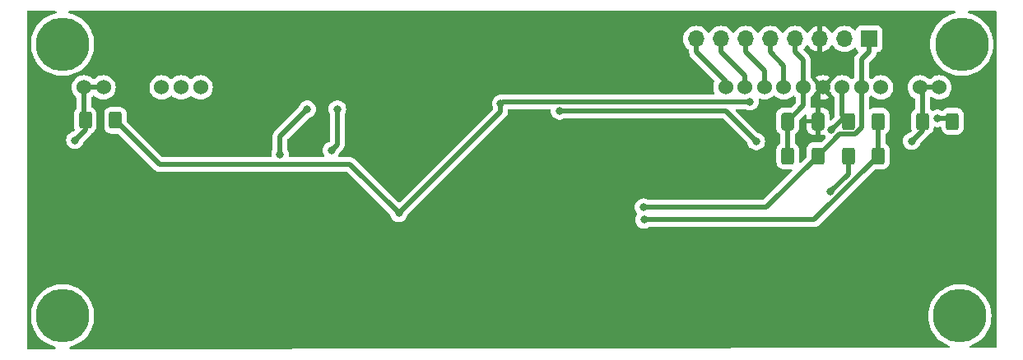
<source format=gbr>
%TF.GenerationSoftware,KiCad,Pcbnew,8.0.3+dfsg-1*%
%TF.CreationDate,2024-07-07T12:28:03+02:00*%
%TF.ProjectId,VFD-Driverboard,5646442d-4472-4697-9665-72626f617264,rev?*%
%TF.SameCoordinates,Original*%
%TF.FileFunction,Copper,L1,Top*%
%TF.FilePolarity,Positive*%
%FSLAX45Y45*%
G04 Gerber Fmt 4.5, Leading zero omitted, Abs format (unit mm)*
G04 Created by KiCad (PCBNEW 8.0.3+dfsg-1) date 2024-07-07 12:28:03*
%MOMM*%
%LPD*%
G01*
G04 APERTURE LIST*
G04 Aperture macros list*
%AMRoundRect*
0 Rectangle with rounded corners*
0 $1 Rounding radius*
0 $2 $3 $4 $5 $6 $7 $8 $9 X,Y pos of 4 corners*
0 Add a 4 corners polygon primitive as box body*
4,1,4,$2,$3,$4,$5,$6,$7,$8,$9,$2,$3,0*
0 Add four circle primitives for the rounded corners*
1,1,$1+$1,$2,$3*
1,1,$1+$1,$4,$5*
1,1,$1+$1,$6,$7*
1,1,$1+$1,$8,$9*
0 Add four rect primitives between the rounded corners*
20,1,$1+$1,$2,$3,$4,$5,0*
20,1,$1+$1,$4,$5,$6,$7,0*
20,1,$1+$1,$6,$7,$8,$9,0*
20,1,$1+$1,$8,$9,$2,$3,0*%
G04 Aperture macros list end*
%TA.AperFunction,ComponentPad*%
%ADD10C,1.524000*%
%TD*%
%TA.AperFunction,SMDPad,CuDef*%
%ADD11RoundRect,0.250000X-0.400000X-0.625000X0.400000X-0.625000X0.400000X0.625000X-0.400000X0.625000X0*%
%TD*%
%TA.AperFunction,ComponentPad*%
%ADD12C,3.600000*%
%TD*%
%TA.AperFunction,ConnectorPad*%
%ADD13C,5.500000*%
%TD*%
%TA.AperFunction,SMDPad,CuDef*%
%ADD14RoundRect,0.250000X0.400000X0.625000X-0.400000X0.625000X-0.400000X-0.625000X0.400000X-0.625000X0*%
%TD*%
%TA.AperFunction,SMDPad,CuDef*%
%ADD15RoundRect,0.250000X0.412500X0.650000X-0.412500X0.650000X-0.412500X-0.650000X0.412500X-0.650000X0*%
%TD*%
%TA.AperFunction,ComponentPad*%
%ADD16R,1.700000X1.700000*%
%TD*%
%TA.AperFunction,ComponentPad*%
%ADD17O,1.700000X1.700000*%
%TD*%
%TA.AperFunction,ViaPad*%
%ADD18C,0.800000*%
%TD*%
%TA.AperFunction,Conductor*%
%ADD19C,0.500000*%
%TD*%
G04 APERTURE END LIST*
D10*
%TO.P,V1,1,F-*%
%TO.N,VF1*%
X10739030Y-2143690D03*
%TO.P,V1,2,F-*%
X10539030Y-2143690D03*
%TO.P,V1,4*%
%TO.N,N/C*%
X10139030Y-2143690D03*
%TO.P,V1,5,VDD*%
%TO.N,VCC*%
X9939030Y-2143690D03*
%TO.P,V1,6,VEE*%
%TO.N,VEE*%
X9739030Y-2143690D03*
%TO.P,V1,7,Gnd*%
%TO.N,Gnd*%
X9539030Y-2143690D03*
%TO.P,V1,8,OSC0*%
%TO.N,Net-(J1-Pin_4)*%
X9339030Y-2143690D03*
%TO.P,V1,9,Reset*%
%TO.N,Net-(J1-Pin_5)*%
X9139030Y-2143690D03*
%TO.P,V1,10,CS*%
%TO.N,Net-(J1-Pin_6)*%
X8939030Y-2143690D03*
%TO.P,V1,11,Clk*%
%TO.N,Net-(J1-Pin_7)*%
X8739030Y-2143690D03*
%TO.P,V1,12,DI*%
%TO.N,Net-(J1-Pin_8)*%
X8539030Y-2143690D03*
%TO.P,V1,39*%
%TO.N,N/C*%
X3139030Y-2143690D03*
%TO.P,V1,40*%
X2939030Y-2143690D03*
%TO.P,V1,41*%
X2739030Y-2143690D03*
%TO.P,V1,44,F+*%
%TO.N,VF2*%
X2139030Y-2143690D03*
%TO.P,V1,45,F+*%
X1939030Y-2143690D03*
%TD*%
D11*
%TO.P,R12,1*%
%TO.N,Net-(J1-Pin_4)*%
X9178620Y-2848220D03*
%TO.P,R12,2*%
%TO.N,VCC*%
X9488620Y-2848220D03*
%TD*%
D12*
%TO.P,H1,1*%
%TO.N,N/C*%
X1719340Y-1698340D03*
D13*
X1719340Y-1698340D03*
%TD*%
D14*
%TO.P,R11,1*%
%TO.N,Net-(U1-Vfb)*%
X10110980Y-2848220D03*
%TO.P,R11,2*%
%TO.N,Net-(U1-GND)*%
X9800980Y-2848220D03*
%TD*%
D15*
%TO.P,C9,1*%
%TO.N,Gnd*%
X9489870Y-2492620D03*
%TO.P,C9,2*%
%TO.N,Net-(J1-Pin_4)*%
X9177370Y-2492620D03*
%TD*%
D12*
%TO.P,H4,1*%
%TO.N,N/C*%
X10949340Y-4498340D03*
D13*
X10949340Y-4498340D03*
%TD*%
D16*
%TO.P,J1,1,Pin_1*%
%TO.N,VCC*%
X10016940Y-1644260D03*
D17*
%TO.P,J1,2,Pin_2*%
%TO.N,unconnected-(J1-Pin_2-Pad2)*%
X9762940Y-1644260D03*
%TO.P,J1,3,Pin_3*%
%TO.N,Gnd*%
X9508940Y-1644260D03*
%TO.P,J1,4,Pin_4*%
%TO.N,Net-(J1-Pin_4)*%
X9254940Y-1644260D03*
%TO.P,J1,5,Pin_5*%
%TO.N,Net-(J1-Pin_5)*%
X9000940Y-1644260D03*
%TO.P,J1,6,Pin_6*%
%TO.N,Net-(J1-Pin_6)*%
X8746940Y-1644260D03*
%TO.P,J1,7,Pin_7*%
%TO.N,Net-(J1-Pin_7)*%
X8492940Y-1644260D03*
%TO.P,J1,8,Pin_8*%
%TO.N,Net-(J1-Pin_8)*%
X8238940Y-1644260D03*
%TD*%
D11*
%TO.P,R5,1*%
%TO.N,VF1*%
X10565460Y-2492620D03*
%TO.P,R5,2*%
%TO.N,Net-(D1-K)*%
X10875460Y-2492620D03*
%TD*%
D12*
%TO.P,H2,1*%
%TO.N,N/C*%
X10969340Y-1698340D03*
D13*
X10969340Y-1698340D03*
%TD*%
D11*
%TO.P,R6,1*%
%TO.N,VF2*%
X1952730Y-2482460D03*
%TO.P,R6,2*%
%TO.N,Net-(D1-K)*%
X2262730Y-2482460D03*
%TD*%
D14*
%TO.P,R10,1*%
%TO.N,Net-(U1-Vfb)*%
X10110920Y-2492620D03*
%TO.P,R10,2*%
%TO.N,VEE*%
X9800920Y-2492620D03*
%TD*%
D12*
%TO.P,H3,1*%
%TO.N,N/C*%
X1719340Y-4498340D03*
D13*
X1719340Y-4498340D03*
%TD*%
D18*
%TO.N,VCC*%
X7695400Y-3378120D03*
%TO.N,VF1*%
X10454640Y-2698090D03*
%TO.N,VF2*%
X1846580Y-2687440D03*
%TO.N,VEE*%
X9631060Y-2583130D03*
X8855570Y-2701900D03*
X6831940Y-2387310D03*
%TO.N,Net-(U2-V01)*%
X4235780Y-2369130D03*
X3956160Y-2834610D03*
%TO.N,Net-(U1-GND)*%
X9619450Y-3217010D03*
%TO.N,Net-(D1-K)*%
X6226250Y-2310490D03*
X8789630Y-2290980D03*
X10720460Y-2462970D03*
X5178240Y-3440380D03*
%TO.N,Net-(U2-+IN)*%
X4483650Y-2793940D03*
X4545780Y-2367390D03*
%TO.N,Net-(U1-Vfb)*%
X7701720Y-3507230D03*
%TD*%
D19*
%TO.N,VCC*%
X9939030Y-2559330D02*
X9939030Y-2143690D01*
X10016940Y-1779260D02*
X9939030Y-1857170D01*
X7695400Y-3378120D02*
X8958720Y-3378120D01*
X9711300Y-2625540D02*
X9872820Y-2625540D01*
X9939030Y-1857170D02*
X9939030Y-2143690D01*
X9488620Y-2848220D02*
X9711300Y-2625540D01*
X8958720Y-3378120D02*
X9488620Y-2848220D01*
X9872820Y-2625540D02*
X9939030Y-2559330D01*
X10016940Y-1644260D02*
X10016940Y-1779260D01*
%TO.N,VF1*%
X10539030Y-2143690D02*
X10565460Y-2143690D01*
X10565460Y-2492620D02*
X10565460Y-2143690D01*
X10454640Y-2698090D02*
X10565460Y-2587270D01*
X10565460Y-2143690D02*
X10739030Y-2143690D01*
X10565460Y-2587270D02*
X10565460Y-2492620D01*
%TO.N,VF2*%
X1952730Y-2482460D02*
X1939030Y-2468760D01*
X1952730Y-2581290D02*
X1952730Y-2482460D01*
X1939030Y-2468760D02*
X1939030Y-2143690D01*
X1939030Y-2143690D02*
X2139030Y-2143690D01*
X1846580Y-2687440D02*
X1952730Y-2581290D01*
%TO.N,VEE*%
X8855570Y-2701900D02*
X8540980Y-2387310D01*
X9739030Y-2430730D02*
X9761250Y-2452940D01*
X8540980Y-2387310D02*
X6831940Y-2387310D01*
X9739030Y-2143690D02*
X9739030Y-2430730D01*
X9631060Y-2583130D02*
X9761250Y-2452940D01*
X9761250Y-2452940D02*
X9800920Y-2492620D01*
%TO.N,Net-(J1-Pin_4)*%
X9254940Y-1779260D02*
X9339030Y-1863350D01*
X9339030Y-1863350D02*
X9339030Y-2143690D01*
X9178620Y-2493870D02*
X9178620Y-2848220D01*
X9254940Y-1644260D02*
X9254940Y-1779260D01*
X9177370Y-2492620D02*
X9178620Y-2493870D01*
X9339030Y-2330960D02*
X9177370Y-2492620D01*
X9339030Y-2143690D02*
X9339030Y-2330960D01*
%TO.N,Net-(J1-Pin_5)*%
X9000940Y-1644260D02*
X9000940Y-1779260D01*
X9139030Y-1917350D02*
X9139030Y-2143690D01*
X9000940Y-1779260D02*
X9139030Y-1917350D01*
%TO.N,Net-(J1-Pin_6)*%
X8746940Y-1779260D02*
X8939030Y-1971350D01*
X8746940Y-1644260D02*
X8746940Y-1779260D01*
X8939030Y-1971350D02*
X8939030Y-2143690D01*
%TO.N,Net-(J1-Pin_7)*%
X8492940Y-1779260D02*
X8739030Y-2025350D01*
X8739030Y-2025350D02*
X8739030Y-2143690D01*
X8492940Y-1644260D02*
X8492940Y-1779260D01*
%TO.N,Net-(J1-Pin_8)*%
X8238940Y-1644260D02*
X8238940Y-1779260D01*
X8238940Y-1779260D02*
X8539030Y-2079350D01*
X8539030Y-2079350D02*
X8539030Y-2143690D01*
%TO.N,Net-(U2-V01)*%
X3956160Y-2834610D02*
X3956160Y-2648750D01*
X3956160Y-2648750D02*
X4235780Y-2369130D01*
%TO.N,Gnd*%
X9489870Y-2192850D02*
X9539030Y-2143690D01*
X9489870Y-2492620D02*
X9489870Y-2192850D01*
%TO.N,Net-(U1-GND)*%
X9619450Y-3217010D02*
X9800980Y-3035480D01*
X9800980Y-3035480D02*
X9800980Y-2848220D01*
%TO.N,Net-(D1-K)*%
X6245760Y-2290980D02*
X8789630Y-2290980D01*
X6226250Y-2310490D02*
X6245760Y-2290980D01*
X10845810Y-2462970D02*
X10875460Y-2492620D01*
X10720460Y-2462970D02*
X10845810Y-2462970D01*
X2717580Y-2937310D02*
X2262730Y-2482460D01*
X5178240Y-3440380D02*
X4675170Y-2937310D01*
X5178240Y-3440380D02*
X6226250Y-2392370D01*
X6226250Y-2392370D02*
X6226250Y-2310490D01*
X4675170Y-2937310D02*
X2717580Y-2937310D01*
%TO.N,Net-(U2-+IN)*%
X4545780Y-2731810D02*
X4545780Y-2367390D01*
X4483650Y-2793940D02*
X4545780Y-2731810D01*
%TO.N,Net-(U1-Vfb)*%
X10110920Y-2848220D02*
X10110980Y-2848220D01*
X10110920Y-2848220D02*
X10110920Y-2492620D01*
X7701720Y-3507230D02*
X9451910Y-3507230D01*
X9451910Y-3507230D02*
X10110920Y-2848220D01*
%TD*%
%TA.AperFunction,Conductor*%
%TO.N,Gnd*%
G36*
X9500930Y-2148706D02*
G01*
X9503526Y-2158396D01*
X9508542Y-2167084D01*
X9515636Y-2174178D01*
X9524324Y-2179194D01*
X9534014Y-2181790D01*
X9536285Y-2181790D01*
X9469211Y-2248864D01*
X9475689Y-2253400D01*
X9475689Y-2253400D01*
X9495702Y-2262732D01*
X9495703Y-2262732D01*
X9517031Y-2268447D01*
X9517032Y-2268448D01*
X9539030Y-2270372D01*
X9539030Y-2270372D01*
X9561028Y-2268448D01*
X9561029Y-2268447D01*
X9582357Y-2262732D01*
X9582358Y-2262732D01*
X9602371Y-2253400D01*
X9602372Y-2253399D01*
X9608849Y-2248864D01*
X9541775Y-2181790D01*
X9544046Y-2181790D01*
X9553736Y-2179194D01*
X9562424Y-2174178D01*
X9569518Y-2167084D01*
X9574534Y-2158396D01*
X9577130Y-2148706D01*
X9577130Y-2146435D01*
X9620326Y-2189630D01*
X9622796Y-2193158D01*
X9629277Y-2207056D01*
X9629277Y-2207057D01*
X9641404Y-2224376D01*
X9641947Y-2225152D01*
X9657568Y-2240773D01*
X9658692Y-2241560D01*
X9663055Y-2247017D01*
X9663980Y-2251717D01*
X9663980Y-2422735D01*
X9663978Y-2422770D01*
X9663980Y-2430523D01*
X9663980Y-2438487D01*
X9663988Y-2438629D01*
X9663988Y-2438697D01*
X9663980Y-2438697D01*
X9663980Y-2438699D01*
X9663859Y-2438699D01*
X9663734Y-2438701D01*
X9662664Y-2444512D01*
X9660364Y-2447689D01*
X9627288Y-2480765D01*
X9621156Y-2484114D01*
X9614187Y-2483615D01*
X9608593Y-2479428D01*
X9606152Y-2472882D01*
X9606120Y-2471997D01*
X9606120Y-2422623D01*
X9606120Y-2422621D01*
X9605071Y-2412350D01*
X9599556Y-2395708D01*
X9599556Y-2395708D01*
X9590352Y-2380785D01*
X9577955Y-2368388D01*
X9563032Y-2359184D01*
X9563032Y-2359184D01*
X9546390Y-2353669D01*
X9546389Y-2353669D01*
X9536119Y-2352620D01*
X9514870Y-2352620D01*
X9514870Y-2632620D01*
X9536117Y-2632620D01*
X9536119Y-2632620D01*
X9546686Y-2631540D01*
X9553555Y-2632817D01*
X9557257Y-2635972D01*
X9557372Y-2635869D01*
X9567248Y-2646837D01*
X9570271Y-2653136D01*
X9569408Y-2660070D01*
X9566801Y-2663902D01*
X9523665Y-2707038D01*
X9517533Y-2710387D01*
X9514897Y-2710670D01*
X9443620Y-2710670D01*
X9443618Y-2710670D01*
X9433340Y-2711720D01*
X9433340Y-2711720D01*
X9416687Y-2717239D01*
X9416686Y-2717239D01*
X9401754Y-2726449D01*
X9389349Y-2738854D01*
X9380139Y-2753786D01*
X9380139Y-2753787D01*
X9374620Y-2770440D01*
X9373570Y-2780718D01*
X9373570Y-2851997D01*
X9371602Y-2858701D01*
X9369938Y-2860765D01*
X9314838Y-2915865D01*
X9308706Y-2919214D01*
X9301737Y-2918715D01*
X9296143Y-2914528D01*
X9293702Y-2907982D01*
X9293670Y-2907100D01*
X9293670Y-2780719D01*
X9293561Y-2779652D01*
X9292620Y-2770440D01*
X9292620Y-2770440D01*
X9290943Y-2765379D01*
X9287101Y-2753787D01*
X9277891Y-2738854D01*
X9265486Y-2726449D01*
X9265486Y-2726449D01*
X9259560Y-2722794D01*
X9254888Y-2717599D01*
X9253670Y-2712240D01*
X9253670Y-2631100D01*
X9255639Y-2624396D01*
X9259560Y-2620546D01*
X9265486Y-2616891D01*
X9277891Y-2604486D01*
X9287101Y-2589553D01*
X9292620Y-2572900D01*
X9293670Y-2562621D01*
X9293670Y-2562619D01*
X9373620Y-2562619D01*
X9374669Y-2572890D01*
X9380184Y-2589532D01*
X9380184Y-2589532D01*
X9389388Y-2604455D01*
X9401785Y-2616852D01*
X9416708Y-2626056D01*
X9416708Y-2626056D01*
X9433350Y-2631571D01*
X9433351Y-2631571D01*
X9443622Y-2632620D01*
X9464870Y-2632620D01*
X9464870Y-2632620D01*
X9464870Y-2517620D01*
X9373620Y-2517620D01*
X9373620Y-2562619D01*
X9293670Y-2562619D01*
X9293670Y-2487593D01*
X9295638Y-2480889D01*
X9297301Y-2478825D01*
X9352452Y-2423675D01*
X9358584Y-2420326D01*
X9365553Y-2420825D01*
X9371147Y-2425012D01*
X9373588Y-2431558D01*
X9373620Y-2432443D01*
X9373620Y-2467620D01*
X9464870Y-2467620D01*
X9464870Y-2352620D01*
X9443623Y-2352620D01*
X9443621Y-2352620D01*
X9433350Y-2353669D01*
X9429676Y-2354887D01*
X9422693Y-2355127D01*
X9416688Y-2351554D01*
X9413569Y-2345302D01*
X9413613Y-2340698D01*
X9414080Y-2338352D01*
X9414080Y-2323568D01*
X9414080Y-2251717D01*
X9416049Y-2245013D01*
X9419368Y-2241560D01*
X9420492Y-2240773D01*
X9436113Y-2225152D01*
X9448783Y-2207056D01*
X9455264Y-2193158D01*
X9457734Y-2189630D01*
X9500930Y-2146434D01*
X9500930Y-2148706D01*
G37*
%TD.AperFunction*%
%TA.AperFunction,Conductor*%
G36*
X9533940Y-1777323D02*
G01*
X9555288Y-1771603D01*
X9555289Y-1771603D01*
X9576698Y-1761620D01*
X9596048Y-1748070D01*
X9612751Y-1731368D01*
X9625752Y-1712800D01*
X9631210Y-1708438D01*
X9638160Y-1707719D01*
X9644395Y-1710871D01*
X9646067Y-1712800D01*
X9659091Y-1731400D01*
X9675800Y-1748109D01*
X9685478Y-1754886D01*
X9695157Y-1761663D01*
X9695157Y-1761663D01*
X9695157Y-1761663D01*
X9716574Y-1771650D01*
X9739399Y-1777766D01*
X9758232Y-1779414D01*
X9762940Y-1779826D01*
X9762940Y-1779826D01*
X9762940Y-1779826D01*
X9766863Y-1779483D01*
X9786481Y-1777766D01*
X9809306Y-1771650D01*
X9830723Y-1761663D01*
X9850080Y-1748109D01*
X9862273Y-1735917D01*
X9868405Y-1732568D01*
X9875374Y-1733067D01*
X9880967Y-1737254D01*
X9882659Y-1740352D01*
X9887560Y-1753493D01*
X9887561Y-1753493D01*
X9896185Y-1765014D01*
X9896185Y-1765014D01*
X9896185Y-1765015D01*
X9901236Y-1768795D01*
X9905423Y-1774389D01*
X9905921Y-1781358D01*
X9902573Y-1787490D01*
X9880735Y-1809328D01*
X9875811Y-1816697D01*
X9872522Y-1821620D01*
X9872521Y-1821621D01*
X9866864Y-1835279D01*
X9866864Y-1835279D01*
X9863980Y-1849778D01*
X9863980Y-2035663D01*
X9862012Y-2042366D01*
X9858693Y-2045820D01*
X9857569Y-2046607D01*
X9857568Y-2046607D01*
X9847798Y-2056377D01*
X9841666Y-2059726D01*
X9834697Y-2059227D01*
X9830262Y-2056377D01*
X9830262Y-2056377D01*
X9820492Y-2046607D01*
X9820492Y-2046607D01*
X9820492Y-2046607D01*
X9802397Y-2033937D01*
X9802396Y-2033937D01*
X9794128Y-2030081D01*
X9782375Y-2024601D01*
X9782375Y-2024600D01*
X9782375Y-2024600D01*
X9761037Y-2018883D01*
X9761036Y-2018883D01*
X9739030Y-2016958D01*
X9739030Y-2016958D01*
X9717024Y-2018883D01*
X9717023Y-2018883D01*
X9695685Y-2024600D01*
X9695685Y-2024601D01*
X9675664Y-2033936D01*
X9675664Y-2033937D01*
X9657568Y-2046607D01*
X9641948Y-2062228D01*
X9629277Y-2080324D01*
X9622796Y-2094222D01*
X9620326Y-2097750D01*
X9577130Y-2140945D01*
X9577130Y-2138674D01*
X9574534Y-2128984D01*
X9569518Y-2120296D01*
X9562424Y-2113202D01*
X9553736Y-2108186D01*
X9544046Y-2105590D01*
X9541775Y-2105590D01*
X9608849Y-2038516D01*
X9608849Y-2038516D01*
X9602371Y-2033980D01*
X9602371Y-2033980D01*
X9582358Y-2024648D01*
X9582357Y-2024647D01*
X9561029Y-2018933D01*
X9561028Y-2018932D01*
X9539030Y-2017008D01*
X9539030Y-2017008D01*
X9517032Y-2018932D01*
X9517031Y-2018933D01*
X9495703Y-2024647D01*
X9495702Y-2024648D01*
X9475689Y-2033980D01*
X9469211Y-2038516D01*
X9536285Y-2105590D01*
X9534014Y-2105590D01*
X9524324Y-2108186D01*
X9515636Y-2113202D01*
X9508542Y-2120296D01*
X9503526Y-2128984D01*
X9500930Y-2138674D01*
X9500930Y-2140945D01*
X9457734Y-2097749D01*
X9455264Y-2094222D01*
X9448783Y-2080324D01*
X9436113Y-2062228D01*
X9420492Y-2046607D01*
X9420492Y-2046607D01*
X9420491Y-2046607D01*
X9419368Y-2045820D01*
X9415005Y-2040362D01*
X9414080Y-2035663D01*
X9414080Y-1855958D01*
X9411196Y-1841459D01*
X9411196Y-1841459D01*
X9411196Y-1841459D01*
X9408636Y-1835279D01*
X9405539Y-1827801D01*
X9405538Y-1827800D01*
X9397325Y-1815508D01*
X9396626Y-1814809D01*
X9386872Y-1805055D01*
X9368469Y-1786652D01*
X9344771Y-1762954D01*
X9341423Y-1756822D01*
X9341921Y-1749853D01*
X9344771Y-1745418D01*
X9350181Y-1740008D01*
X9358790Y-1731400D01*
X9371813Y-1712800D01*
X9377271Y-1708438D01*
X9384221Y-1707719D01*
X9390456Y-1710871D01*
X9392128Y-1712800D01*
X9405129Y-1731368D01*
X9421832Y-1748070D01*
X9441182Y-1761620D01*
X9462591Y-1771603D01*
X9462592Y-1771603D01*
X9483940Y-1777323D01*
X9483940Y-1687561D01*
X9489641Y-1690852D01*
X9502357Y-1694260D01*
X9515523Y-1694260D01*
X9528239Y-1690852D01*
X9533940Y-1687561D01*
X9533940Y-1777323D01*
G37*
%TD.AperFunction*%
%TA.AperFunction,Conductor*%
G36*
X1653590Y-1358329D02*
G01*
X1658166Y-1363609D01*
X1659160Y-1370525D01*
X1656258Y-1376880D01*
X1650380Y-1380658D01*
X1649552Y-1380870D01*
X1632252Y-1384678D01*
X1598849Y-1395933D01*
X1598849Y-1395933D01*
X1566861Y-1410732D01*
X1566860Y-1410733D01*
X1536658Y-1428904D01*
X1508599Y-1450235D01*
X1508598Y-1450235D01*
X1483008Y-1474475D01*
X1460190Y-1501338D01*
X1460190Y-1501339D01*
X1440409Y-1530513D01*
X1423900Y-1561654D01*
X1423899Y-1561655D01*
X1410853Y-1594399D01*
X1410853Y-1594399D01*
X1401423Y-1628360D01*
X1401423Y-1628361D01*
X1395721Y-1663144D01*
X1393813Y-1698340D01*
X1393813Y-1698340D01*
X1395721Y-1733535D01*
X1401423Y-1768319D01*
X1401423Y-1768320D01*
X1410853Y-1802281D01*
X1410853Y-1802281D01*
X1423899Y-1835024D01*
X1423900Y-1835026D01*
X1436639Y-1859055D01*
X1440409Y-1866167D01*
X1455387Y-1888257D01*
X1460190Y-1895341D01*
X1460190Y-1895342D01*
X1483008Y-1922205D01*
X1483009Y-1922205D01*
X1508598Y-1946445D01*
X1536658Y-1967775D01*
X1566860Y-1985947D01*
X1566861Y-1985947D01*
X1566861Y-1985948D01*
X1598849Y-2000747D01*
X1598849Y-2000747D01*
X1598850Y-2000747D01*
X1632252Y-2012002D01*
X1666675Y-2019579D01*
X1701716Y-2023390D01*
X1701717Y-2023390D01*
X1736963Y-2023390D01*
X1736964Y-2023390D01*
X1772004Y-2019579D01*
X1806428Y-2012002D01*
X1839830Y-2000747D01*
X1839831Y-2000747D01*
X1839831Y-2000747D01*
X1871819Y-1985948D01*
X1871820Y-1985947D01*
X1902022Y-1967775D01*
X1930082Y-1946445D01*
X1955671Y-1922205D01*
X1978490Y-1895341D01*
X1998270Y-1866167D01*
X2014781Y-1835025D01*
X2027827Y-1802281D01*
X2028141Y-1801151D01*
X2032167Y-1786652D01*
X2037257Y-1768319D01*
X2042959Y-1733536D01*
X2044867Y-1698340D01*
X2044494Y-1691463D01*
X2042959Y-1663144D01*
X2042959Y-1663144D01*
X2037257Y-1628361D01*
X2030562Y-1604250D01*
X2027827Y-1594399D01*
X2027827Y-1594399D01*
X2014781Y-1561655D01*
X2014780Y-1561654D01*
X2012394Y-1557153D01*
X1998270Y-1530513D01*
X1978490Y-1501339D01*
X1978490Y-1501339D01*
X1978489Y-1501338D01*
X1955671Y-1474475D01*
X1930082Y-1450235D01*
X1930081Y-1450235D01*
X1930081Y-1450235D01*
X1902021Y-1428904D01*
X1871820Y-1410733D01*
X1871819Y-1410732D01*
X1839831Y-1395933D01*
X1839831Y-1395933D01*
X1839830Y-1395933D01*
X1839830Y-1395933D01*
X1823946Y-1390581D01*
X1806428Y-1384678D01*
X1806428Y-1384678D01*
X1806428Y-1384678D01*
X1789128Y-1380870D01*
X1783004Y-1377507D01*
X1779671Y-1371366D01*
X1780186Y-1364398D01*
X1784387Y-1358815D01*
X1790940Y-1356390D01*
X1791794Y-1356360D01*
X10896886Y-1356360D01*
X10903590Y-1358329D01*
X10908166Y-1363609D01*
X10909160Y-1370525D01*
X10906258Y-1376880D01*
X10900380Y-1380658D01*
X10899552Y-1380870D01*
X10882252Y-1384678D01*
X10848849Y-1395933D01*
X10848849Y-1395933D01*
X10816861Y-1410732D01*
X10816860Y-1410733D01*
X10786658Y-1428904D01*
X10758599Y-1450235D01*
X10758598Y-1450235D01*
X10733009Y-1474475D01*
X10710191Y-1501338D01*
X10710190Y-1501339D01*
X10690410Y-1530513D01*
X10673900Y-1561654D01*
X10673899Y-1561655D01*
X10660853Y-1594399D01*
X10660853Y-1594399D01*
X10651423Y-1628360D01*
X10651423Y-1628361D01*
X10645721Y-1663144D01*
X10643813Y-1698340D01*
X10643813Y-1698340D01*
X10645721Y-1733535D01*
X10651423Y-1768319D01*
X10651423Y-1768320D01*
X10660853Y-1802281D01*
X10660853Y-1802281D01*
X10673899Y-1835024D01*
X10673900Y-1835026D01*
X10686639Y-1859055D01*
X10690410Y-1866167D01*
X10705387Y-1888257D01*
X10710190Y-1895341D01*
X10710191Y-1895342D01*
X10733009Y-1922205D01*
X10733009Y-1922205D01*
X10758598Y-1946445D01*
X10786658Y-1967775D01*
X10816860Y-1985947D01*
X10816861Y-1985947D01*
X10816861Y-1985948D01*
X10848849Y-2000747D01*
X10848849Y-2000747D01*
X10848850Y-2000747D01*
X10882252Y-2012002D01*
X10916676Y-2019579D01*
X10951716Y-2023390D01*
X10951717Y-2023390D01*
X10986963Y-2023390D01*
X10986964Y-2023390D01*
X11022005Y-2019579D01*
X11056428Y-2012002D01*
X11089830Y-2000747D01*
X11089831Y-2000747D01*
X11089831Y-2000747D01*
X11121819Y-1985948D01*
X11121820Y-1985947D01*
X11152022Y-1967775D01*
X11180082Y-1946445D01*
X11205671Y-1922205D01*
X11228490Y-1895341D01*
X11248270Y-1866167D01*
X11264781Y-1835025D01*
X11277827Y-1802281D01*
X11278141Y-1801151D01*
X11282167Y-1786652D01*
X11287257Y-1768319D01*
X11292959Y-1733536D01*
X11294867Y-1698340D01*
X11294494Y-1691463D01*
X11292959Y-1663144D01*
X11292959Y-1663144D01*
X11287257Y-1628361D01*
X11280562Y-1604250D01*
X11277827Y-1594399D01*
X11277827Y-1594399D01*
X11264781Y-1561655D01*
X11264780Y-1561654D01*
X11262394Y-1557153D01*
X11248270Y-1530513D01*
X11228490Y-1501339D01*
X11228490Y-1501339D01*
X11228489Y-1501338D01*
X11205671Y-1474475D01*
X11180082Y-1450235D01*
X11180081Y-1450235D01*
X11180081Y-1450235D01*
X11152022Y-1428904D01*
X11121820Y-1410733D01*
X11121819Y-1410732D01*
X11089831Y-1395933D01*
X11089831Y-1395933D01*
X11089830Y-1395933D01*
X11089830Y-1395933D01*
X11073947Y-1390581D01*
X11056428Y-1384678D01*
X11056428Y-1384678D01*
X11056428Y-1384678D01*
X11039128Y-1380870D01*
X11033004Y-1377507D01*
X11029671Y-1371366D01*
X11030186Y-1364398D01*
X11034387Y-1358815D01*
X11040940Y-1356390D01*
X11041794Y-1356360D01*
X11316000Y-1356360D01*
X11322704Y-1358329D01*
X11327279Y-1363609D01*
X11328400Y-1368760D01*
X11328400Y-4816153D01*
X11326431Y-4822857D01*
X11321151Y-4827432D01*
X11316013Y-4828553D01*
X11062189Y-4828811D01*
X11055483Y-4826849D01*
X11050902Y-4821574D01*
X11049901Y-4814659D01*
X11052797Y-4808300D01*
X11058217Y-4804660D01*
X11069830Y-4800747D01*
X11069831Y-4800747D01*
X11069831Y-4800747D01*
X11101819Y-4785948D01*
X11101820Y-4785947D01*
X11132022Y-4767775D01*
X11160082Y-4746445D01*
X11185671Y-4722205D01*
X11208490Y-4695341D01*
X11228270Y-4666167D01*
X11244781Y-4635025D01*
X11257827Y-4602281D01*
X11267257Y-4568319D01*
X11272959Y-4533536D01*
X11274867Y-4498340D01*
X11272959Y-4463144D01*
X11267257Y-4428361D01*
X11263010Y-4413067D01*
X11257827Y-4394399D01*
X11257827Y-4394399D01*
X11244781Y-4361656D01*
X11244780Y-4361654D01*
X11228270Y-4330513D01*
X11208490Y-4301339D01*
X11208490Y-4301339D01*
X11208489Y-4301338D01*
X11185671Y-4274475D01*
X11160082Y-4250235D01*
X11160081Y-4250235D01*
X11160081Y-4250235D01*
X11132022Y-4228904D01*
X11101820Y-4210733D01*
X11101819Y-4210732D01*
X11069831Y-4195933D01*
X11069831Y-4195933D01*
X11069830Y-4195933D01*
X11069830Y-4195933D01*
X11059183Y-4192345D01*
X11036428Y-4184678D01*
X11002004Y-4177101D01*
X10966964Y-4173290D01*
X10966964Y-4173290D01*
X10931716Y-4173290D01*
X10931716Y-4173290D01*
X10896676Y-4177101D01*
X10862252Y-4184678D01*
X10828849Y-4195933D01*
X10828849Y-4195933D01*
X10796861Y-4210732D01*
X10796860Y-4210733D01*
X10766658Y-4228904D01*
X10738599Y-4250235D01*
X10738598Y-4250235D01*
X10713009Y-4274475D01*
X10690191Y-4301338D01*
X10690190Y-4301339D01*
X10670410Y-4330513D01*
X10653900Y-4361654D01*
X10653899Y-4361656D01*
X10640853Y-4394399D01*
X10640853Y-4394399D01*
X10631423Y-4428360D01*
X10631423Y-4428361D01*
X10625721Y-4463145D01*
X10623813Y-4498340D01*
X10623813Y-4498340D01*
X10625721Y-4533535D01*
X10631423Y-4568319D01*
X10631423Y-4568320D01*
X10640853Y-4602281D01*
X10640853Y-4602281D01*
X10653899Y-4635024D01*
X10653900Y-4635026D01*
X10670410Y-4666167D01*
X10690190Y-4695341D01*
X10690191Y-4695342D01*
X10713009Y-4722205D01*
X10713009Y-4722205D01*
X10738598Y-4746445D01*
X10766658Y-4767775D01*
X10796860Y-4785947D01*
X10796861Y-4785948D01*
X10796861Y-4785948D01*
X10828849Y-4800747D01*
X10828850Y-4800747D01*
X10841143Y-4804889D01*
X10846867Y-4808895D01*
X10849517Y-4815360D01*
X10848251Y-4822232D01*
X10843471Y-4827328D01*
X10837196Y-4829040D01*
X1801248Y-4838242D01*
X1794542Y-4836280D01*
X1789961Y-4831004D01*
X1788959Y-4824090D01*
X1791855Y-4817731D01*
X1797729Y-4813948D01*
X1798568Y-4813732D01*
X1804211Y-4812490D01*
X1806428Y-4812002D01*
X1815648Y-4808895D01*
X1839830Y-4800747D01*
X1839831Y-4800747D01*
X1839831Y-4800747D01*
X1871819Y-4785948D01*
X1871820Y-4785947D01*
X1902022Y-4767775D01*
X1930082Y-4746445D01*
X1955671Y-4722205D01*
X1978490Y-4695341D01*
X1998270Y-4666167D01*
X2014781Y-4635025D01*
X2027827Y-4602281D01*
X2037257Y-4568319D01*
X2042959Y-4533536D01*
X2044867Y-4498340D01*
X2042959Y-4463144D01*
X2037257Y-4428361D01*
X2033010Y-4413067D01*
X2027827Y-4394399D01*
X2027827Y-4394399D01*
X2014781Y-4361656D01*
X2014780Y-4361654D01*
X1998270Y-4330513D01*
X1978490Y-4301339D01*
X1978490Y-4301339D01*
X1978489Y-4301338D01*
X1955671Y-4274475D01*
X1930082Y-4250235D01*
X1930081Y-4250235D01*
X1930081Y-4250235D01*
X1902021Y-4228904D01*
X1871820Y-4210733D01*
X1871819Y-4210732D01*
X1839831Y-4195933D01*
X1839831Y-4195933D01*
X1839830Y-4195933D01*
X1839830Y-4195933D01*
X1829183Y-4192345D01*
X1806428Y-4184678D01*
X1772004Y-4177101D01*
X1736964Y-4173290D01*
X1736964Y-4173290D01*
X1701716Y-4173290D01*
X1701716Y-4173290D01*
X1666676Y-4177101D01*
X1632252Y-4184678D01*
X1598849Y-4195933D01*
X1598849Y-4195933D01*
X1566861Y-4210732D01*
X1566860Y-4210733D01*
X1536658Y-4228904D01*
X1508599Y-4250235D01*
X1508598Y-4250235D01*
X1483008Y-4274475D01*
X1460190Y-4301338D01*
X1460190Y-4301339D01*
X1440409Y-4330513D01*
X1423900Y-4361654D01*
X1423899Y-4361656D01*
X1410853Y-4394399D01*
X1410853Y-4394399D01*
X1401423Y-4428360D01*
X1401423Y-4428361D01*
X1395721Y-4463145D01*
X1393813Y-4498340D01*
X1393813Y-4498340D01*
X1395721Y-4533535D01*
X1401423Y-4568319D01*
X1401423Y-4568320D01*
X1410853Y-4602281D01*
X1410853Y-4602281D01*
X1423899Y-4635024D01*
X1423900Y-4635026D01*
X1440409Y-4666167D01*
X1460190Y-4695341D01*
X1460190Y-4695342D01*
X1483008Y-4722205D01*
X1483009Y-4722205D01*
X1508598Y-4746445D01*
X1536658Y-4767775D01*
X1566860Y-4785947D01*
X1566861Y-4785948D01*
X1566861Y-4785948D01*
X1598849Y-4800747D01*
X1598849Y-4800747D01*
X1598850Y-4800747D01*
X1632252Y-4812002D01*
X1639109Y-4813511D01*
X1640865Y-4813898D01*
X1646989Y-4817261D01*
X1650322Y-4823402D01*
X1649807Y-4830370D01*
X1645606Y-4835953D01*
X1639053Y-4838378D01*
X1638212Y-4838408D01*
X1363693Y-4838687D01*
X1356987Y-4836726D01*
X1352406Y-4831450D01*
X1351280Y-4826287D01*
X1351280Y-2687440D01*
X1756034Y-2687440D01*
X1758013Y-2706266D01*
X1758013Y-2706266D01*
X1763862Y-2724268D01*
X1763862Y-2724268D01*
X1773327Y-2740662D01*
X1782916Y-2751311D01*
X1785993Y-2754729D01*
X1801306Y-2765855D01*
X1801307Y-2765855D01*
X1818599Y-2773554D01*
X1818600Y-2773554D01*
X1837115Y-2777490D01*
X1837115Y-2777490D01*
X1856044Y-2777490D01*
X1856045Y-2777490D01*
X1874560Y-2773554D01*
X1891853Y-2765855D01*
X1907167Y-2754729D01*
X1919833Y-2740662D01*
X1929298Y-2724268D01*
X1934832Y-2707236D01*
X1937857Y-2702300D01*
X2011025Y-2629132D01*
X2017154Y-2619958D01*
X2018245Y-2618325D01*
X2023607Y-2613845D01*
X2024656Y-2613444D01*
X2024657Y-2613443D01*
X2024663Y-2613441D01*
X2039596Y-2604231D01*
X2052001Y-2591826D01*
X2061211Y-2576893D01*
X2066730Y-2560240D01*
X2067780Y-2549961D01*
X2067780Y-2414959D01*
X2067780Y-2414958D01*
X2147680Y-2414958D01*
X2147680Y-2549960D01*
X2147680Y-2549962D01*
X2148730Y-2560240D01*
X2148730Y-2560240D01*
X2152925Y-2572900D01*
X2154249Y-2576893D01*
X2163459Y-2591826D01*
X2175864Y-2604231D01*
X2190797Y-2613441D01*
X2207450Y-2618960D01*
X2217729Y-2620010D01*
X2289007Y-2620010D01*
X2295711Y-2621978D01*
X2297775Y-2623642D01*
X2659285Y-2985151D01*
X2659285Y-2985152D01*
X2667152Y-2993019D01*
X2669739Y-2995605D01*
X2682030Y-3003818D01*
X2682031Y-3003819D01*
X2695688Y-3009476D01*
X2695689Y-3009476D01*
X2695689Y-3009476D01*
X2695689Y-3009476D01*
X2710188Y-3012360D01*
X2710188Y-3012360D01*
X4638947Y-3012360D01*
X4645651Y-3014328D01*
X4647715Y-3015992D01*
X5086963Y-3455239D01*
X5089988Y-3460176D01*
X5095522Y-3477208D01*
X5095522Y-3477208D01*
X5104987Y-3493602D01*
X5117258Y-3507230D01*
X5117653Y-3507669D01*
X5132967Y-3518795D01*
X5132967Y-3518795D01*
X5150259Y-3526494D01*
X5150260Y-3526494D01*
X5168775Y-3530430D01*
X5168776Y-3530430D01*
X5187704Y-3530430D01*
X5187705Y-3530430D01*
X5206220Y-3526494D01*
X5223513Y-3518795D01*
X5238827Y-3507669D01*
X5251493Y-3493602D01*
X5260958Y-3477208D01*
X5266492Y-3460175D01*
X5269517Y-3455240D01*
X6284545Y-2440212D01*
X6288282Y-2434618D01*
X6292758Y-2427920D01*
X6295333Y-2421704D01*
X6298416Y-2414261D01*
X6301300Y-2399762D01*
X6301300Y-2384978D01*
X6301300Y-2378430D01*
X6303268Y-2371726D01*
X6308549Y-2367151D01*
X6313700Y-2366030D01*
X6729859Y-2366030D01*
X6736563Y-2367999D01*
X6741138Y-2373279D01*
X6742191Y-2379726D01*
X6741394Y-2387310D01*
X6743373Y-2406136D01*
X6743373Y-2406136D01*
X6749222Y-2424138D01*
X6749222Y-2424138D01*
X6758687Y-2440532D01*
X6765002Y-2447545D01*
X6771353Y-2454599D01*
X6786666Y-2465725D01*
X6786667Y-2465725D01*
X6803959Y-2473424D01*
X6803960Y-2473424D01*
X6822475Y-2477360D01*
X6822475Y-2477360D01*
X6841404Y-2477360D01*
X6841405Y-2477360D01*
X6859920Y-2473424D01*
X6877213Y-2465725D01*
X6877418Y-2465576D01*
X6878585Y-2464728D01*
X6885166Y-2462380D01*
X6885874Y-2462360D01*
X8504757Y-2462360D01*
X8511461Y-2464329D01*
X8513525Y-2465992D01*
X8764293Y-2716760D01*
X8767318Y-2721696D01*
X8772852Y-2738728D01*
X8772852Y-2738728D01*
X8782317Y-2755122D01*
X8791981Y-2765855D01*
X8794983Y-2769189D01*
X8810297Y-2780315D01*
X8810297Y-2780315D01*
X8827589Y-2788014D01*
X8827590Y-2788014D01*
X8846105Y-2791950D01*
X8846106Y-2791950D01*
X8865034Y-2791950D01*
X8865035Y-2791950D01*
X8883550Y-2788014D01*
X8900843Y-2780315D01*
X8916157Y-2769189D01*
X8928823Y-2755122D01*
X8938288Y-2738728D01*
X8944137Y-2720726D01*
X8946116Y-2701900D01*
X8944137Y-2683074D01*
X8938288Y-2665072D01*
X8928823Y-2648678D01*
X8916157Y-2634611D01*
X8915617Y-2634218D01*
X8900843Y-2623485D01*
X8900843Y-2623485D01*
X8883551Y-2615786D01*
X8883550Y-2615786D01*
X8877037Y-2614401D01*
X8870889Y-2611082D01*
X8870847Y-2611040D01*
X8647005Y-2387198D01*
X8643656Y-2381066D01*
X8644155Y-2374097D01*
X8648342Y-2368503D01*
X8654888Y-2366062D01*
X8655773Y-2366030D01*
X8735696Y-2366030D01*
X8742400Y-2367999D01*
X8742985Y-2368398D01*
X8744357Y-2369395D01*
X8744357Y-2369395D01*
X8761649Y-2377094D01*
X8761650Y-2377094D01*
X8780165Y-2381030D01*
X8780166Y-2381030D01*
X8799094Y-2381030D01*
X8799095Y-2381030D01*
X8817610Y-2377094D01*
X8834903Y-2369395D01*
X8850217Y-2358269D01*
X8862883Y-2344202D01*
X8872348Y-2327808D01*
X8878197Y-2309806D01*
X8880176Y-2290980D01*
X8878551Y-2275518D01*
X8879808Y-2268645D01*
X8884581Y-2263543D01*
X8891355Y-2261831D01*
X8895123Y-2262742D01*
X8895177Y-2262594D01*
X8895685Y-2262779D01*
X8895685Y-2262779D01*
X8917023Y-2268497D01*
X8932742Y-2269872D01*
X8939030Y-2270422D01*
X8939030Y-2270422D01*
X8939030Y-2270422D01*
X8944532Y-2269941D01*
X8961037Y-2268497D01*
X8982375Y-2262779D01*
X9002396Y-2253443D01*
X9020492Y-2240773D01*
X9030262Y-2231003D01*
X9036394Y-2227654D01*
X9043363Y-2228153D01*
X9047798Y-2231003D01*
X9057568Y-2240773D01*
X9057568Y-2240773D01*
X9057568Y-2240773D01*
X9075663Y-2253443D01*
X9075664Y-2253443D01*
X9075664Y-2253443D01*
X9095685Y-2262779D01*
X9117023Y-2268497D01*
X9132742Y-2269872D01*
X9139030Y-2270422D01*
X9139030Y-2270422D01*
X9139030Y-2270422D01*
X9144532Y-2269941D01*
X9161037Y-2268497D01*
X9182375Y-2262779D01*
X9202396Y-2253443D01*
X9220492Y-2240773D01*
X9230262Y-2231002D01*
X9236394Y-2227654D01*
X9243363Y-2228153D01*
X9247798Y-2231003D01*
X9257568Y-2240772D01*
X9257568Y-2240773D01*
X9258420Y-2241369D01*
X9258692Y-2241560D01*
X9263055Y-2247017D01*
X9263980Y-2251717D01*
X9263980Y-2294737D01*
X9262012Y-2301441D01*
X9260348Y-2303505D01*
X9214915Y-2348938D01*
X9208783Y-2352287D01*
X9206147Y-2352570D01*
X9131120Y-2352570D01*
X9131118Y-2352570D01*
X9120840Y-2353620D01*
X9120840Y-2353620D01*
X9104187Y-2359139D01*
X9104186Y-2359139D01*
X9089254Y-2368349D01*
X9076849Y-2380754D01*
X9067639Y-2395686D01*
X9067639Y-2395687D01*
X9067632Y-2395708D01*
X9062120Y-2412340D01*
X9062120Y-2412340D01*
X9062120Y-2412340D01*
X9061070Y-2422618D01*
X9061070Y-2562620D01*
X9061070Y-2562622D01*
X9062120Y-2572900D01*
X9062120Y-2572900D01*
X9067639Y-2589553D01*
X9067639Y-2589554D01*
X9070619Y-2594385D01*
X9076830Y-2604455D01*
X9076849Y-2604486D01*
X9089255Y-2616891D01*
X9089255Y-2616892D01*
X9097680Y-2622088D01*
X9102352Y-2627283D01*
X9103570Y-2632642D01*
X9103570Y-2712240D01*
X9101602Y-2718944D01*
X9097680Y-2722794D01*
X9091754Y-2726449D01*
X9079349Y-2738854D01*
X9070139Y-2753786D01*
X9070139Y-2753787D01*
X9064620Y-2770440D01*
X9063570Y-2780718D01*
X9063570Y-2915720D01*
X9063570Y-2915722D01*
X9064620Y-2926000D01*
X9064620Y-2926000D01*
X9070139Y-2942653D01*
X9070139Y-2942653D01*
X9079349Y-2957586D01*
X9091754Y-2969991D01*
X9106687Y-2979201D01*
X9123340Y-2984720D01*
X9133619Y-2985770D01*
X9214997Y-2985770D01*
X9221701Y-2987738D01*
X9226276Y-2993019D01*
X9227271Y-2999935D01*
X9224368Y-3006290D01*
X9223765Y-3006938D01*
X8931265Y-3299438D01*
X8925133Y-3302787D01*
X8922497Y-3303070D01*
X7749334Y-3303070D01*
X7742630Y-3301101D01*
X7742045Y-3300702D01*
X7740673Y-3299705D01*
X7740673Y-3299705D01*
X7723381Y-3292006D01*
X7723380Y-3292005D01*
X7708800Y-3288906D01*
X7704865Y-3288070D01*
X7685935Y-3288070D01*
X7684194Y-3288440D01*
X7667420Y-3292005D01*
X7667419Y-3292006D01*
X7650127Y-3299705D01*
X7650126Y-3299705D01*
X7634813Y-3310831D01*
X7622147Y-3324898D01*
X7612682Y-3341291D01*
X7612682Y-3341292D01*
X7606833Y-3359294D01*
X7606833Y-3359294D01*
X7604854Y-3378120D01*
X7606833Y-3396946D01*
X7606833Y-3396946D01*
X7612682Y-3414948D01*
X7612682Y-3414948D01*
X7622147Y-3431341D01*
X7628040Y-3437887D01*
X7631063Y-3444186D01*
X7630201Y-3451120D01*
X7628744Y-3453406D01*
X7628849Y-3453483D01*
X7628466Y-3454009D01*
X7619002Y-3470401D01*
X7619002Y-3470402D01*
X7613153Y-3488404D01*
X7613153Y-3488404D01*
X7611174Y-3507230D01*
X7613153Y-3526056D01*
X7613153Y-3526056D01*
X7619002Y-3544058D01*
X7619002Y-3544058D01*
X7628467Y-3560452D01*
X7640430Y-3573738D01*
X7641133Y-3574519D01*
X7656446Y-3585645D01*
X7656447Y-3585645D01*
X7673739Y-3593344D01*
X7673740Y-3593344D01*
X7692255Y-3597280D01*
X7692255Y-3597280D01*
X7711184Y-3597280D01*
X7711185Y-3597280D01*
X7729700Y-3593344D01*
X7746993Y-3585645D01*
X7747198Y-3585496D01*
X7748365Y-3584648D01*
X7754946Y-3582300D01*
X7755654Y-3582280D01*
X9459302Y-3582280D01*
X9469056Y-3580340D01*
X9473801Y-3579396D01*
X9487460Y-3573738D01*
X9492383Y-3570449D01*
X9499752Y-3565525D01*
X10075875Y-2989402D01*
X10082007Y-2986053D01*
X10084643Y-2985770D01*
X10155980Y-2985770D01*
X10155981Y-2985770D01*
X10166260Y-2984720D01*
X10182913Y-2979201D01*
X10197846Y-2969991D01*
X10210251Y-2957586D01*
X10219461Y-2942653D01*
X10224980Y-2926000D01*
X10226030Y-2915721D01*
X10226030Y-2780719D01*
X10225921Y-2779652D01*
X10224980Y-2770440D01*
X10224980Y-2770440D01*
X10223303Y-2765379D01*
X10219461Y-2753787D01*
X10210251Y-2738854D01*
X10197846Y-2726449D01*
X10197846Y-2726449D01*
X10191860Y-2722757D01*
X10187188Y-2717562D01*
X10185970Y-2712203D01*
X10185970Y-2698090D01*
X10364094Y-2698090D01*
X10366073Y-2716916D01*
X10366178Y-2717239D01*
X10371922Y-2734918D01*
X10371922Y-2734918D01*
X10381387Y-2751312D01*
X10386609Y-2757112D01*
X10394053Y-2765379D01*
X10409367Y-2776505D01*
X10409367Y-2776505D01*
X10426659Y-2784204D01*
X10426660Y-2784204D01*
X10445175Y-2788140D01*
X10445176Y-2788140D01*
X10464104Y-2788140D01*
X10464105Y-2788140D01*
X10482620Y-2784204D01*
X10499913Y-2776505D01*
X10515227Y-2765379D01*
X10527893Y-2751312D01*
X10537358Y-2734918D01*
X10542892Y-2717886D01*
X10545917Y-2712950D01*
X10623755Y-2635112D01*
X10627388Y-2629674D01*
X10632749Y-2625194D01*
X10633798Y-2624793D01*
X10635789Y-2624133D01*
X10637393Y-2623602D01*
X10637393Y-2623602D01*
X10637393Y-2623601D01*
X10652326Y-2614391D01*
X10664731Y-2601986D01*
X10673941Y-2587053D01*
X10679460Y-2570400D01*
X10680464Y-2560569D01*
X10683104Y-2554100D01*
X10688822Y-2550085D01*
X10695378Y-2549700D01*
X10710995Y-2553020D01*
X10710996Y-2553020D01*
X10729924Y-2553020D01*
X10729925Y-2553020D01*
X10745542Y-2549700D01*
X10752509Y-2550232D01*
X10758082Y-2554446D01*
X10760456Y-2560569D01*
X10761460Y-2570400D01*
X10761460Y-2570400D01*
X10766979Y-2587053D01*
X10766979Y-2587054D01*
X10768520Y-2589553D01*
X10776189Y-2601986D01*
X10788594Y-2614391D01*
X10803527Y-2623601D01*
X10820180Y-2629120D01*
X10830459Y-2630170D01*
X10920461Y-2630170D01*
X10920462Y-2630170D01*
X10920462Y-2630170D01*
X10926090Y-2629595D01*
X10930740Y-2629120D01*
X10947393Y-2623601D01*
X10962326Y-2614391D01*
X10974731Y-2601986D01*
X10983941Y-2587053D01*
X10989460Y-2570400D01*
X10990510Y-2560121D01*
X10990510Y-2425119D01*
X10990362Y-2423675D01*
X10989460Y-2414840D01*
X10989460Y-2414840D01*
X10985940Y-2404218D01*
X10983941Y-2398187D01*
X10974731Y-2383254D01*
X10962326Y-2370849D01*
X10950158Y-2363344D01*
X10947394Y-2361639D01*
X10947393Y-2361639D01*
X10941619Y-2359725D01*
X10930740Y-2356120D01*
X10930740Y-2356120D01*
X10920461Y-2355070D01*
X10830460Y-2355070D01*
X10830458Y-2355070D01*
X10820180Y-2356120D01*
X10820180Y-2356120D01*
X10803527Y-2361639D01*
X10803526Y-2361639D01*
X10788595Y-2370849D01*
X10778094Y-2381349D01*
X10771962Y-2384698D01*
X10764993Y-2384199D01*
X10764282Y-2383909D01*
X10748441Y-2376856D01*
X10748440Y-2376856D01*
X10733860Y-2373757D01*
X10729925Y-2372920D01*
X10710995Y-2372920D01*
X10709307Y-2373279D01*
X10692480Y-2376856D01*
X10676638Y-2383909D01*
X10669713Y-2384837D01*
X10663385Y-2381875D01*
X10662826Y-2381349D01*
X10652326Y-2370849D01*
X10646400Y-2367194D01*
X10641728Y-2361999D01*
X10640510Y-2356640D01*
X10640510Y-2252649D01*
X10642479Y-2245945D01*
X10647759Y-2241369D01*
X10654675Y-2240375D01*
X10660022Y-2242491D01*
X10675664Y-2253443D01*
X10695685Y-2262779D01*
X10717023Y-2268497D01*
X10732742Y-2269872D01*
X10739030Y-2270422D01*
X10739030Y-2270422D01*
X10739030Y-2270422D01*
X10744532Y-2269941D01*
X10761037Y-2268497D01*
X10782375Y-2262779D01*
X10802396Y-2253443D01*
X10820492Y-2240773D01*
X10836113Y-2225152D01*
X10848783Y-2207056D01*
X10858119Y-2187035D01*
X10863837Y-2165697D01*
X10865762Y-2143690D01*
X10863837Y-2121683D01*
X10858119Y-2100345D01*
X10848783Y-2080324D01*
X10836113Y-2062228D01*
X10820492Y-2046607D01*
X10820492Y-2046607D01*
X10820492Y-2046607D01*
X10802397Y-2033937D01*
X10802396Y-2033937D01*
X10794128Y-2030081D01*
X10782375Y-2024601D01*
X10782375Y-2024600D01*
X10782375Y-2024600D01*
X10761037Y-2018883D01*
X10761036Y-2018883D01*
X10739030Y-2016958D01*
X10739030Y-2016958D01*
X10717024Y-2018883D01*
X10717023Y-2018883D01*
X10695685Y-2024600D01*
X10695685Y-2024601D01*
X10675664Y-2033936D01*
X10675664Y-2033937D01*
X10657568Y-2046607D01*
X10647798Y-2056377D01*
X10641666Y-2059726D01*
X10634697Y-2059227D01*
X10630262Y-2056377D01*
X10620492Y-2046607D01*
X10620492Y-2046607D01*
X10602397Y-2033937D01*
X10602396Y-2033937D01*
X10594128Y-2030081D01*
X10582375Y-2024601D01*
X10582375Y-2024600D01*
X10582375Y-2024600D01*
X10561037Y-2018883D01*
X10561036Y-2018883D01*
X10539030Y-2016958D01*
X10539030Y-2016958D01*
X10517024Y-2018883D01*
X10517023Y-2018883D01*
X10495685Y-2024600D01*
X10495685Y-2024601D01*
X10475664Y-2033936D01*
X10475664Y-2033937D01*
X10457568Y-2046607D01*
X10441948Y-2062228D01*
X10429277Y-2080324D01*
X10429277Y-2080324D01*
X10419941Y-2100345D01*
X10419940Y-2100345D01*
X10414223Y-2121683D01*
X10414223Y-2121684D01*
X10412298Y-2143690D01*
X10412298Y-2143690D01*
X10414223Y-2165696D01*
X10414223Y-2165697D01*
X10419940Y-2187035D01*
X10419941Y-2187035D01*
X10419941Y-2187035D01*
X10428410Y-2205197D01*
X10429277Y-2207056D01*
X10429277Y-2207057D01*
X10441404Y-2224376D01*
X10441947Y-2225152D01*
X10457568Y-2240773D01*
X10457568Y-2240773D01*
X10457568Y-2240773D01*
X10461036Y-2243201D01*
X10475664Y-2253443D01*
X10483251Y-2256981D01*
X10488494Y-2261598D01*
X10490410Y-2268219D01*
X10490410Y-2356640D01*
X10488442Y-2363344D01*
X10484520Y-2367194D01*
X10478594Y-2370849D01*
X10466189Y-2383254D01*
X10456979Y-2398186D01*
X10456979Y-2398187D01*
X10454827Y-2404680D01*
X10451460Y-2414840D01*
X10451460Y-2414840D01*
X10451460Y-2414840D01*
X10450410Y-2425118D01*
X10450410Y-2560120D01*
X10450410Y-2560122D01*
X10451460Y-2570400D01*
X10451460Y-2570400D01*
X10455210Y-2581717D01*
X10455450Y-2588700D01*
X10452208Y-2594385D01*
X10439363Y-2607230D01*
X10433231Y-2610579D01*
X10433173Y-2610591D01*
X10426660Y-2611976D01*
X10426659Y-2611976D01*
X10409367Y-2619675D01*
X10409367Y-2619675D01*
X10394053Y-2630801D01*
X10381387Y-2644869D01*
X10371922Y-2661262D01*
X10371922Y-2661262D01*
X10367067Y-2676205D01*
X10366073Y-2679264D01*
X10364094Y-2698090D01*
X10185970Y-2698090D01*
X10185970Y-2628600D01*
X10187939Y-2621896D01*
X10191860Y-2618046D01*
X10197786Y-2614391D01*
X10210191Y-2601986D01*
X10219401Y-2587053D01*
X10224920Y-2570400D01*
X10225970Y-2560121D01*
X10225970Y-2425119D01*
X10225822Y-2423675D01*
X10224920Y-2414840D01*
X10224920Y-2414840D01*
X10221400Y-2404218D01*
X10219401Y-2398187D01*
X10210191Y-2383254D01*
X10197786Y-2370849D01*
X10185618Y-2363344D01*
X10182854Y-2361639D01*
X10182853Y-2361639D01*
X10177079Y-2359725D01*
X10166200Y-2356120D01*
X10166200Y-2356120D01*
X10155921Y-2355070D01*
X10065920Y-2355070D01*
X10065918Y-2355070D01*
X10055640Y-2356120D01*
X10055640Y-2356120D01*
X10038987Y-2361639D01*
X10038986Y-2361639D01*
X10032990Y-2365338D01*
X10026250Y-2367182D01*
X10019584Y-2365089D01*
X10015107Y-2359725D01*
X10014080Y-2354784D01*
X10014080Y-2251717D01*
X10016049Y-2245013D01*
X10019368Y-2241560D01*
X10020492Y-2240773D01*
X10030262Y-2231003D01*
X10036394Y-2227654D01*
X10043363Y-2228153D01*
X10047798Y-2231003D01*
X10057568Y-2240773D01*
X10057568Y-2240773D01*
X10057568Y-2240773D01*
X10075663Y-2253443D01*
X10075664Y-2253443D01*
X10075664Y-2253443D01*
X10095685Y-2262779D01*
X10117023Y-2268497D01*
X10132742Y-2269872D01*
X10139030Y-2270422D01*
X10139030Y-2270422D01*
X10139030Y-2270422D01*
X10144532Y-2269941D01*
X10161037Y-2268497D01*
X10182375Y-2262779D01*
X10202396Y-2253443D01*
X10220492Y-2240773D01*
X10236113Y-2225152D01*
X10248783Y-2207056D01*
X10258119Y-2187035D01*
X10263837Y-2165697D01*
X10265762Y-2143690D01*
X10263837Y-2121683D01*
X10258119Y-2100345D01*
X10248783Y-2080324D01*
X10236113Y-2062228D01*
X10220492Y-2046607D01*
X10220492Y-2046607D01*
X10220492Y-2046607D01*
X10202397Y-2033937D01*
X10202396Y-2033937D01*
X10194128Y-2030081D01*
X10182375Y-2024601D01*
X10182375Y-2024600D01*
X10182375Y-2024600D01*
X10161037Y-2018883D01*
X10161036Y-2018883D01*
X10139030Y-2016958D01*
X10139030Y-2016958D01*
X10117024Y-2018883D01*
X10117023Y-2018883D01*
X10095685Y-2024600D01*
X10095685Y-2024601D01*
X10075664Y-2033936D01*
X10075664Y-2033937D01*
X10057568Y-2046607D01*
X10047798Y-2056377D01*
X10041666Y-2059726D01*
X10034697Y-2059227D01*
X10030262Y-2056377D01*
X10020492Y-2046608D01*
X10020492Y-2046607D01*
X10020492Y-2046607D01*
X10020492Y-2046607D01*
X10020491Y-2046607D01*
X10019368Y-2045820D01*
X10015005Y-2040362D01*
X10014080Y-2035663D01*
X10014080Y-1893393D01*
X10016049Y-1886689D01*
X10017712Y-1884625D01*
X10075235Y-1827102D01*
X10075235Y-1827102D01*
X10083129Y-1815288D01*
X10083129Y-1815288D01*
X10083129Y-1815287D01*
X10083448Y-1814809D01*
X10089106Y-1801151D01*
X10091465Y-1789291D01*
X10094704Y-1783100D01*
X10100775Y-1779642D01*
X10103627Y-1779310D01*
X10106727Y-1779310D01*
X10106727Y-1779310D01*
X10112688Y-1778669D01*
X10126173Y-1773640D01*
X10137695Y-1765015D01*
X10146320Y-1753493D01*
X10151349Y-1740008D01*
X10151990Y-1734047D01*
X10151990Y-1554473D01*
X10151349Y-1548512D01*
X10151221Y-1548168D01*
X10146320Y-1535027D01*
X10146319Y-1535026D01*
X10137695Y-1523505D01*
X10137694Y-1523505D01*
X10126174Y-1514881D01*
X10126173Y-1514880D01*
X10112688Y-1509851D01*
X10112688Y-1509851D01*
X10106728Y-1509210D01*
X10106728Y-1509210D01*
X10106727Y-1509210D01*
X10106726Y-1509210D01*
X9927153Y-1509210D01*
X9927152Y-1509210D01*
X9921192Y-1509851D01*
X9907707Y-1514880D01*
X9907706Y-1514881D01*
X9896186Y-1523505D01*
X9896185Y-1523505D01*
X9887561Y-1535026D01*
X9887560Y-1535027D01*
X9882659Y-1548168D01*
X9878472Y-1553762D01*
X9871925Y-1556203D01*
X9865098Y-1554718D01*
X9862273Y-1552603D01*
X9850080Y-1540411D01*
X9850080Y-1540410D01*
X9830723Y-1526857D01*
X9830723Y-1526856D01*
X9830723Y-1526856D01*
X9809306Y-1516870D01*
X9809306Y-1516870D01*
X9809306Y-1516869D01*
X9786481Y-1510754D01*
X9786480Y-1510754D01*
X9762940Y-1508694D01*
X9762940Y-1508694D01*
X9739400Y-1510754D01*
X9739399Y-1510754D01*
X9716574Y-1516869D01*
X9716574Y-1516870D01*
X9695157Y-1526856D01*
X9695157Y-1526856D01*
X9675800Y-1540410D01*
X9659091Y-1557119D01*
X9646067Y-1575719D01*
X9640609Y-1580082D01*
X9633659Y-1580801D01*
X9627424Y-1577649D01*
X9625752Y-1575719D01*
X9612751Y-1557153D01*
X9612751Y-1557152D01*
X9596048Y-1540449D01*
X9576698Y-1526900D01*
X9555289Y-1516917D01*
X9555289Y-1516917D01*
X9533940Y-1511196D01*
X9533940Y-1600959D01*
X9528239Y-1597667D01*
X9515523Y-1594260D01*
X9502357Y-1594260D01*
X9489641Y-1597667D01*
X9483940Y-1600959D01*
X9483940Y-1511196D01*
X9483940Y-1511196D01*
X9462591Y-1516917D01*
X9462591Y-1516917D01*
X9441182Y-1526900D01*
X9441182Y-1526900D01*
X9421833Y-1540449D01*
X9421832Y-1540449D01*
X9405129Y-1557152D01*
X9405129Y-1557152D01*
X9392128Y-1575719D01*
X9386670Y-1580082D01*
X9379720Y-1580801D01*
X9373485Y-1577649D01*
X9371813Y-1575719D01*
X9358789Y-1557120D01*
X9342080Y-1540411D01*
X9342080Y-1540410D01*
X9322723Y-1526857D01*
X9322723Y-1526856D01*
X9322723Y-1526856D01*
X9301306Y-1516870D01*
X9301306Y-1516870D01*
X9301306Y-1516869D01*
X9278481Y-1510754D01*
X9278480Y-1510754D01*
X9254940Y-1508694D01*
X9254940Y-1508694D01*
X9231400Y-1510754D01*
X9231399Y-1510754D01*
X9208574Y-1516869D01*
X9208574Y-1516870D01*
X9187157Y-1526856D01*
X9187157Y-1526856D01*
X9167800Y-1540410D01*
X9151091Y-1557120D01*
X9138098Y-1575676D01*
X9132640Y-1580038D01*
X9125690Y-1580758D01*
X9119455Y-1577605D01*
X9117783Y-1575676D01*
X9104789Y-1557120D01*
X9088080Y-1540411D01*
X9088080Y-1540410D01*
X9068723Y-1526857D01*
X9068723Y-1526856D01*
X9068723Y-1526856D01*
X9047306Y-1516870D01*
X9047306Y-1516870D01*
X9047306Y-1516869D01*
X9024481Y-1510754D01*
X9024480Y-1510754D01*
X9000940Y-1508694D01*
X9000940Y-1508694D01*
X8977400Y-1510754D01*
X8977399Y-1510754D01*
X8954574Y-1516869D01*
X8954574Y-1516870D01*
X8933157Y-1526856D01*
X8933157Y-1526856D01*
X8913800Y-1540410D01*
X8897091Y-1557120D01*
X8884098Y-1575676D01*
X8878640Y-1580038D01*
X8871690Y-1580758D01*
X8865455Y-1577605D01*
X8863783Y-1575676D01*
X8850789Y-1557120D01*
X8834080Y-1540411D01*
X8834080Y-1540410D01*
X8814723Y-1526857D01*
X8814723Y-1526856D01*
X8814723Y-1526856D01*
X8793306Y-1516870D01*
X8793306Y-1516870D01*
X8793306Y-1516869D01*
X8770481Y-1510754D01*
X8770480Y-1510754D01*
X8746940Y-1508694D01*
X8746940Y-1508694D01*
X8723400Y-1510754D01*
X8723399Y-1510754D01*
X8700574Y-1516869D01*
X8700574Y-1516870D01*
X8679157Y-1526856D01*
X8679157Y-1526856D01*
X8659800Y-1540410D01*
X8643091Y-1557120D01*
X8630098Y-1575676D01*
X8624640Y-1580038D01*
X8617690Y-1580758D01*
X8611455Y-1577605D01*
X8609783Y-1575676D01*
X8596789Y-1557120D01*
X8580080Y-1540411D01*
X8580080Y-1540410D01*
X8560723Y-1526857D01*
X8560723Y-1526856D01*
X8560723Y-1526856D01*
X8539306Y-1516870D01*
X8539306Y-1516870D01*
X8539306Y-1516869D01*
X8516481Y-1510754D01*
X8516480Y-1510754D01*
X8492940Y-1508694D01*
X8492940Y-1508694D01*
X8469400Y-1510754D01*
X8469399Y-1510754D01*
X8446574Y-1516869D01*
X8446574Y-1516870D01*
X8425157Y-1526856D01*
X8425157Y-1526856D01*
X8405800Y-1540410D01*
X8389091Y-1557120D01*
X8376097Y-1575676D01*
X8370640Y-1580038D01*
X8363690Y-1580758D01*
X8357454Y-1577605D01*
X8355782Y-1575676D01*
X8342789Y-1557120D01*
X8326080Y-1540411D01*
X8326079Y-1540410D01*
X8306723Y-1526857D01*
X8306723Y-1526856D01*
X8306723Y-1526856D01*
X8285306Y-1516870D01*
X8285306Y-1516870D01*
X8285305Y-1516869D01*
X8262481Y-1510754D01*
X8262480Y-1510754D01*
X8238940Y-1508694D01*
X8238940Y-1508694D01*
X8215400Y-1510754D01*
X8215399Y-1510754D01*
X8192574Y-1516869D01*
X8192573Y-1516870D01*
X8171157Y-1526856D01*
X8171157Y-1526856D01*
X8151800Y-1540410D01*
X8135090Y-1557120D01*
X8121536Y-1576477D01*
X8121536Y-1576477D01*
X8111550Y-1597893D01*
X8111549Y-1597894D01*
X8105434Y-1620719D01*
X8105434Y-1620720D01*
X8103374Y-1644260D01*
X8103374Y-1644260D01*
X8105434Y-1667800D01*
X8105434Y-1667801D01*
X8111549Y-1690625D01*
X8111550Y-1690626D01*
X8111550Y-1690626D01*
X8119520Y-1707719D01*
X8121536Y-1712043D01*
X8121537Y-1712043D01*
X8132368Y-1727512D01*
X8135090Y-1731400D01*
X8135091Y-1731400D01*
X8151799Y-1748109D01*
X8151800Y-1748109D01*
X8151800Y-1748109D01*
X8158602Y-1752872D01*
X8162965Y-1758330D01*
X8163890Y-1763030D01*
X8163890Y-1786652D01*
X8163890Y-1786652D01*
X8163890Y-1786652D01*
X8166774Y-1801151D01*
X8166774Y-1801151D01*
X8172432Y-1814809D01*
X8172750Y-1815287D01*
X8172751Y-1815288D01*
X8172751Y-1815288D01*
X8180645Y-1827102D01*
X8180645Y-1827102D01*
X8424597Y-2071054D01*
X8427945Y-2077186D01*
X8427447Y-2084155D01*
X8427067Y-2085062D01*
X8419941Y-2100344D01*
X8419940Y-2100345D01*
X8414223Y-2121683D01*
X8414223Y-2121684D01*
X8412298Y-2143690D01*
X8412298Y-2143690D01*
X8414223Y-2165696D01*
X8414223Y-2165697D01*
X8419940Y-2187035D01*
X8419941Y-2187035D01*
X8419941Y-2187035D01*
X8425189Y-2198290D01*
X8426238Y-2205197D01*
X8423386Y-2211576D01*
X8417538Y-2215400D01*
X8413951Y-2215930D01*
X6238368Y-2215930D01*
X6223869Y-2218814D01*
X6223869Y-2218814D01*
X6222222Y-2219496D01*
X6217477Y-2220440D01*
X6216785Y-2220440D01*
X6214219Y-2220986D01*
X6198270Y-2224376D01*
X6198269Y-2224376D01*
X6180977Y-2232075D01*
X6180976Y-2232075D01*
X6165663Y-2243201D01*
X6152997Y-2257269D01*
X6143532Y-2273662D01*
X6143532Y-2273662D01*
X6137683Y-2291664D01*
X6137683Y-2291664D01*
X6135704Y-2310490D01*
X6137683Y-2329316D01*
X6137683Y-2329316D01*
X6143532Y-2347318D01*
X6143532Y-2347318D01*
X6146693Y-2352793D01*
X6148340Y-2359583D01*
X6146055Y-2366186D01*
X6144722Y-2367761D01*
X5187008Y-3325475D01*
X5180876Y-3328823D01*
X5173907Y-3328325D01*
X5169472Y-3325475D01*
X4723012Y-2879015D01*
X4723011Y-2879015D01*
X4715643Y-2874091D01*
X4715643Y-2874091D01*
X4710719Y-2870801D01*
X4697062Y-2865144D01*
X4697061Y-2865144D01*
X4682562Y-2862260D01*
X4682562Y-2862260D01*
X4569664Y-2862260D01*
X4562960Y-2860291D01*
X4558384Y-2855011D01*
X4557390Y-2848095D01*
X4558925Y-2843660D01*
X4559406Y-2842827D01*
X4566368Y-2830768D01*
X4571902Y-2813736D01*
X4574927Y-2808800D01*
X4604075Y-2779652D01*
X4610230Y-2770440D01*
X4612288Y-2767360D01*
X4617946Y-2753701D01*
X4620528Y-2740719D01*
X4620830Y-2739202D01*
X4620830Y-2420822D01*
X4622491Y-2414622D01*
X4622700Y-2414261D01*
X4628498Y-2404218D01*
X4634347Y-2386216D01*
X4636326Y-2367390D01*
X4634347Y-2348564D01*
X4628498Y-2330562D01*
X4619033Y-2314168D01*
X4606367Y-2300101D01*
X4606053Y-2299873D01*
X4591053Y-2288975D01*
X4591053Y-2288975D01*
X4573761Y-2281276D01*
X4573760Y-2281276D01*
X4559180Y-2278177D01*
X4555245Y-2277340D01*
X4536315Y-2277340D01*
X4533070Y-2278030D01*
X4517800Y-2281276D01*
X4517799Y-2281276D01*
X4500507Y-2288975D01*
X4500507Y-2288975D01*
X4485193Y-2300101D01*
X4472527Y-2314169D01*
X4463062Y-2330562D01*
X4463062Y-2330562D01*
X4457454Y-2347821D01*
X4457213Y-2348564D01*
X4455234Y-2367390D01*
X4457213Y-2386216D01*
X4457213Y-2386216D01*
X4463062Y-2404218D01*
X4463062Y-2404218D01*
X4468860Y-2414260D01*
X4469069Y-2414622D01*
X4470730Y-2420822D01*
X4470730Y-2694583D01*
X4468762Y-2701287D01*
X4463481Y-2705863D01*
X4460908Y-2706712D01*
X4455670Y-2707826D01*
X4455669Y-2707826D01*
X4438377Y-2715525D01*
X4438377Y-2715525D01*
X4423063Y-2726651D01*
X4410397Y-2740719D01*
X4400932Y-2757112D01*
X4400932Y-2757112D01*
X4395163Y-2774866D01*
X4395083Y-2775114D01*
X4393104Y-2793940D01*
X4395083Y-2812766D01*
X4395083Y-2812766D01*
X4400932Y-2830768D01*
X4400932Y-2830768D01*
X4400932Y-2830768D01*
X4407329Y-2841848D01*
X4408375Y-2843660D01*
X4410022Y-2850450D01*
X4407737Y-2857053D01*
X4402245Y-2861372D01*
X4397636Y-2862260D01*
X4057571Y-2862260D01*
X4050868Y-2860291D01*
X4046292Y-2855011D01*
X4045239Y-2848564D01*
X4046706Y-2834610D01*
X4044727Y-2815784D01*
X4038878Y-2797782D01*
X4033239Y-2788014D01*
X4032871Y-2787378D01*
X4031210Y-2781178D01*
X4031210Y-2684973D01*
X4033178Y-2678269D01*
X4034841Y-2676205D01*
X4251057Y-2459990D01*
X4257189Y-2456641D01*
X4257225Y-2456633D01*
X4263760Y-2455244D01*
X4281053Y-2447545D01*
X4296367Y-2436419D01*
X4309033Y-2422352D01*
X4318498Y-2405958D01*
X4324347Y-2387956D01*
X4326326Y-2369130D01*
X4324347Y-2350304D01*
X4318498Y-2332302D01*
X4309033Y-2315908D01*
X4296367Y-2301841D01*
X4296367Y-2301841D01*
X4281053Y-2290715D01*
X4281053Y-2290715D01*
X4263761Y-2283016D01*
X4263760Y-2283016D01*
X4249180Y-2279917D01*
X4245245Y-2279080D01*
X4226315Y-2279080D01*
X4223070Y-2279770D01*
X4207800Y-2283016D01*
X4207799Y-2283016D01*
X4190507Y-2290715D01*
X4190506Y-2290715D01*
X4175193Y-2301841D01*
X4162527Y-2315909D01*
X4153062Y-2332302D01*
X4153062Y-2332302D01*
X4147528Y-2349334D01*
X4144503Y-2354270D01*
X3897865Y-2600908D01*
X3897864Y-2600909D01*
X3895475Y-2604486D01*
X3895117Y-2605021D01*
X3893680Y-2607172D01*
X3889651Y-2613201D01*
X3883994Y-2626858D01*
X3883994Y-2626859D01*
X3881110Y-2641358D01*
X3881110Y-2781178D01*
X3879449Y-2787378D01*
X3873442Y-2797781D01*
X3867593Y-2815784D01*
X3867593Y-2815784D01*
X3866018Y-2830767D01*
X3865614Y-2834610D01*
X3867081Y-2848564D01*
X3865824Y-2855437D01*
X3861050Y-2860539D01*
X3854748Y-2862260D01*
X2753803Y-2862260D01*
X2747099Y-2860291D01*
X2745035Y-2858628D01*
X2381412Y-2495005D01*
X2378063Y-2488873D01*
X2377780Y-2486237D01*
X2377780Y-2414960D01*
X2377780Y-2414958D01*
X2376730Y-2404680D01*
X2376730Y-2404680D01*
X2376577Y-2404218D01*
X2371211Y-2388027D01*
X2362001Y-2373094D01*
X2349596Y-2360689D01*
X2340022Y-2354784D01*
X2334664Y-2351479D01*
X2334663Y-2351479D01*
X2331119Y-2350304D01*
X2318010Y-2345960D01*
X2318010Y-2345960D01*
X2307731Y-2344910D01*
X2217730Y-2344910D01*
X2217728Y-2344910D01*
X2207450Y-2345960D01*
X2207450Y-2345960D01*
X2190797Y-2351479D01*
X2190796Y-2351479D01*
X2175864Y-2360689D01*
X2163459Y-2373094D01*
X2154249Y-2388026D01*
X2154249Y-2388027D01*
X2148730Y-2404680D01*
X2148730Y-2404680D01*
X2148730Y-2404680D01*
X2147680Y-2414958D01*
X2067780Y-2414958D01*
X2066730Y-2404680D01*
X2061211Y-2388027D01*
X2052001Y-2373094D01*
X2039596Y-2360689D01*
X2030022Y-2354784D01*
X2024664Y-2351479D01*
X2024663Y-2351479D01*
X2024663Y-2351479D01*
X2024663Y-2351478D01*
X2022579Y-2350788D01*
X2016835Y-2346811D01*
X2014153Y-2340359D01*
X2014080Y-2339018D01*
X2014080Y-2251717D01*
X2016048Y-2245013D01*
X2019368Y-2241560D01*
X2020492Y-2240773D01*
X2030262Y-2231003D01*
X2036394Y-2227654D01*
X2043363Y-2228153D01*
X2047798Y-2231003D01*
X2057568Y-2240773D01*
X2057568Y-2240773D01*
X2057568Y-2240773D01*
X2075663Y-2253443D01*
X2075663Y-2253443D01*
X2075664Y-2253443D01*
X2095685Y-2262779D01*
X2117023Y-2268497D01*
X2132742Y-2269872D01*
X2139030Y-2270422D01*
X2139030Y-2270422D01*
X2139030Y-2270422D01*
X2144532Y-2269941D01*
X2161037Y-2268497D01*
X2182375Y-2262779D01*
X2202396Y-2253443D01*
X2220492Y-2240773D01*
X2236113Y-2225152D01*
X2248783Y-2207056D01*
X2258119Y-2187035D01*
X2263837Y-2165697D01*
X2265762Y-2143690D01*
X2265762Y-2143690D01*
X2612298Y-2143690D01*
X2612298Y-2143690D01*
X2614223Y-2165696D01*
X2614223Y-2165697D01*
X2619940Y-2187035D01*
X2619941Y-2187035D01*
X2619941Y-2187035D01*
X2628410Y-2205197D01*
X2629277Y-2207056D01*
X2629277Y-2207057D01*
X2641404Y-2224376D01*
X2641947Y-2225152D01*
X2657568Y-2240773D01*
X2657568Y-2240773D01*
X2657568Y-2240773D01*
X2675663Y-2253443D01*
X2675664Y-2253443D01*
X2675664Y-2253443D01*
X2695685Y-2262779D01*
X2717023Y-2268497D01*
X2732742Y-2269872D01*
X2739030Y-2270422D01*
X2739030Y-2270422D01*
X2739030Y-2270422D01*
X2744532Y-2269941D01*
X2761037Y-2268497D01*
X2782375Y-2262779D01*
X2802396Y-2253443D01*
X2820492Y-2240773D01*
X2830262Y-2231003D01*
X2836394Y-2227654D01*
X2843363Y-2228153D01*
X2847798Y-2231003D01*
X2857568Y-2240773D01*
X2857568Y-2240773D01*
X2857568Y-2240773D01*
X2875663Y-2253443D01*
X2875663Y-2253443D01*
X2875664Y-2253443D01*
X2895685Y-2262779D01*
X2917023Y-2268497D01*
X2932742Y-2269872D01*
X2939030Y-2270422D01*
X2939030Y-2270422D01*
X2939030Y-2270422D01*
X2944532Y-2269941D01*
X2961037Y-2268497D01*
X2982375Y-2262779D01*
X3002396Y-2253443D01*
X3020492Y-2240773D01*
X3030262Y-2231003D01*
X3036394Y-2227654D01*
X3043363Y-2228153D01*
X3047798Y-2231003D01*
X3057568Y-2240773D01*
X3057568Y-2240773D01*
X3057568Y-2240773D01*
X3075663Y-2253443D01*
X3075663Y-2253443D01*
X3075664Y-2253443D01*
X3095685Y-2262779D01*
X3117023Y-2268497D01*
X3132742Y-2269872D01*
X3139030Y-2270422D01*
X3139030Y-2270422D01*
X3139030Y-2270422D01*
X3144532Y-2269941D01*
X3161037Y-2268497D01*
X3182375Y-2262779D01*
X3202396Y-2253443D01*
X3220492Y-2240773D01*
X3236113Y-2225152D01*
X3248783Y-2207056D01*
X3258119Y-2187035D01*
X3263837Y-2165697D01*
X3265762Y-2143690D01*
X3263837Y-2121683D01*
X3258119Y-2100345D01*
X3248783Y-2080324D01*
X3236113Y-2062228D01*
X3220492Y-2046607D01*
X3220492Y-2046607D01*
X3220491Y-2046607D01*
X3202397Y-2033937D01*
X3202396Y-2033937D01*
X3194128Y-2030081D01*
X3182375Y-2024601D01*
X3182375Y-2024600D01*
X3182374Y-2024600D01*
X3161037Y-2018883D01*
X3161036Y-2018883D01*
X3139030Y-2016958D01*
X3139030Y-2016958D01*
X3117024Y-2018883D01*
X3117023Y-2018883D01*
X3095685Y-2024600D01*
X3095685Y-2024601D01*
X3075664Y-2033936D01*
X3075664Y-2033937D01*
X3057568Y-2046607D01*
X3047798Y-2056377D01*
X3041666Y-2059726D01*
X3034696Y-2059227D01*
X3030262Y-2056377D01*
X3020492Y-2046607D01*
X3020491Y-2046607D01*
X3002397Y-2033937D01*
X3002396Y-2033937D01*
X2994128Y-2030081D01*
X2982375Y-2024601D01*
X2982375Y-2024600D01*
X2982374Y-2024600D01*
X2961037Y-2018883D01*
X2961036Y-2018883D01*
X2939030Y-2016958D01*
X2939030Y-2016958D01*
X2917024Y-2018883D01*
X2917023Y-2018883D01*
X2895685Y-2024600D01*
X2895685Y-2024601D01*
X2875664Y-2033936D01*
X2875664Y-2033937D01*
X2857568Y-2046607D01*
X2847798Y-2056377D01*
X2841666Y-2059726D01*
X2834696Y-2059227D01*
X2830262Y-2056377D01*
X2820492Y-2046607D01*
X2820491Y-2046607D01*
X2802397Y-2033937D01*
X2802396Y-2033937D01*
X2794128Y-2030081D01*
X2782375Y-2024601D01*
X2782375Y-2024600D01*
X2782375Y-2024600D01*
X2761037Y-2018883D01*
X2761036Y-2018883D01*
X2739030Y-2016958D01*
X2739030Y-2016958D01*
X2717024Y-2018883D01*
X2717023Y-2018883D01*
X2695685Y-2024600D01*
X2695685Y-2024601D01*
X2675664Y-2033936D01*
X2675664Y-2033937D01*
X2657568Y-2046607D01*
X2641948Y-2062228D01*
X2629277Y-2080324D01*
X2629277Y-2080324D01*
X2619941Y-2100345D01*
X2619940Y-2100345D01*
X2614223Y-2121683D01*
X2614223Y-2121684D01*
X2612298Y-2143690D01*
X2265762Y-2143690D01*
X2263837Y-2121683D01*
X2258119Y-2100345D01*
X2248783Y-2080324D01*
X2236113Y-2062228D01*
X2220492Y-2046607D01*
X2220492Y-2046607D01*
X2220492Y-2046607D01*
X2202397Y-2033937D01*
X2202396Y-2033937D01*
X2194128Y-2030081D01*
X2182375Y-2024601D01*
X2182375Y-2024600D01*
X2182375Y-2024600D01*
X2161037Y-2018883D01*
X2161036Y-2018883D01*
X2139030Y-2016958D01*
X2139030Y-2016958D01*
X2117024Y-2018883D01*
X2117023Y-2018883D01*
X2095685Y-2024600D01*
X2095685Y-2024601D01*
X2075664Y-2033936D01*
X2075664Y-2033937D01*
X2057568Y-2046607D01*
X2047798Y-2056377D01*
X2041666Y-2059726D01*
X2034696Y-2059227D01*
X2030262Y-2056377D01*
X2020492Y-2046607D01*
X2020491Y-2046607D01*
X2002397Y-2033937D01*
X2002396Y-2033937D01*
X1994128Y-2030081D01*
X1982375Y-2024601D01*
X1982375Y-2024600D01*
X1982374Y-2024600D01*
X1961037Y-2018883D01*
X1961036Y-2018883D01*
X1939030Y-2016958D01*
X1939030Y-2016958D01*
X1917024Y-2018883D01*
X1917023Y-2018883D01*
X1895685Y-2024600D01*
X1895685Y-2024601D01*
X1875664Y-2033936D01*
X1875664Y-2033937D01*
X1857568Y-2046607D01*
X1841947Y-2062228D01*
X1829277Y-2080324D01*
X1829276Y-2080324D01*
X1819941Y-2100345D01*
X1819940Y-2100345D01*
X1814223Y-2121683D01*
X1814223Y-2121684D01*
X1812298Y-2143690D01*
X1812298Y-2143690D01*
X1814223Y-2165696D01*
X1814223Y-2165697D01*
X1819940Y-2187035D01*
X1819940Y-2187035D01*
X1819941Y-2187035D01*
X1828410Y-2205197D01*
X1829277Y-2207056D01*
X1829277Y-2207057D01*
X1841404Y-2224376D01*
X1841947Y-2225152D01*
X1857568Y-2240773D01*
X1858692Y-2241560D01*
X1863055Y-2247017D01*
X1863980Y-2251717D01*
X1863980Y-2357437D01*
X1862011Y-2364141D01*
X1860348Y-2366205D01*
X1853459Y-2373094D01*
X1844249Y-2388026D01*
X1844249Y-2388027D01*
X1838730Y-2404680D01*
X1838730Y-2404680D01*
X1838730Y-2404680D01*
X1837680Y-2414958D01*
X1837680Y-2549960D01*
X1837680Y-2549962D01*
X1838730Y-2560240D01*
X1838730Y-2560240D01*
X1843521Y-2574696D01*
X1843761Y-2581679D01*
X1840518Y-2587365D01*
X1831303Y-2596580D01*
X1825170Y-2599929D01*
X1825113Y-2599941D01*
X1818600Y-2601326D01*
X1818599Y-2601326D01*
X1801307Y-2609025D01*
X1801306Y-2609025D01*
X1785993Y-2620151D01*
X1773327Y-2634219D01*
X1763862Y-2650612D01*
X1763862Y-2650612D01*
X1759164Y-2665072D01*
X1758013Y-2668614D01*
X1756034Y-2687440D01*
X1351280Y-2687440D01*
X1351280Y-1368760D01*
X1353249Y-1362056D01*
X1358529Y-1357481D01*
X1363680Y-1356360D01*
X1646886Y-1356360D01*
X1653590Y-1358329D01*
G37*
%TD.AperFunction*%
%TD*%
M02*

</source>
